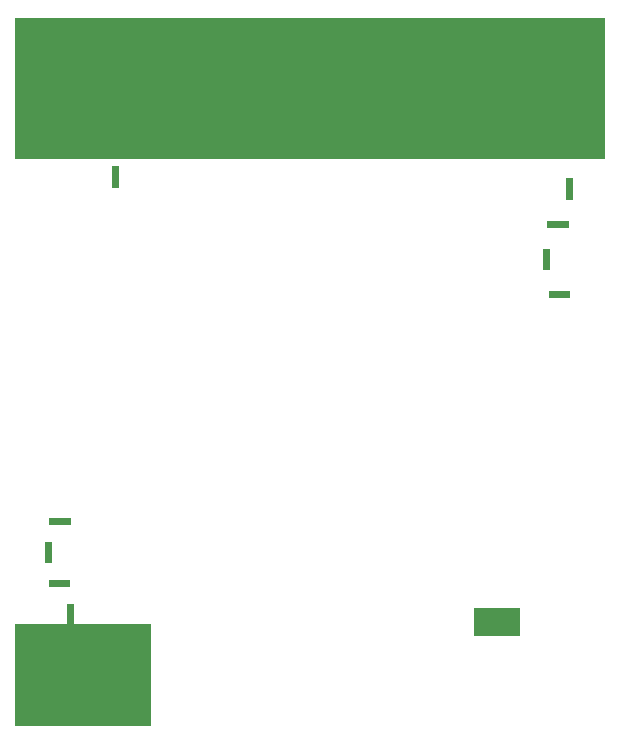
<source format=gbr>
G04*
G04 #@! TF.GenerationSoftware,Altium Limited,Altium Designer,25.8.1 (18)*
G04*
G04 Layer_Color=16711935*
%FSLAX25Y25*%
%MOIN*%
G70*
G04*
G04 #@! TF.SameCoordinates,A86E57CF-C6E6-4710-AEDF-4A901DF70E31*
G04*
G04*
G04 #@! TF.FilePolarity,Positive*
G04*
G01*
G75*
%ADD77R,0.45276X0.33858*%
%ADD78R,0.15800X0.09500*%
G36*
X185039Y142618D02*
X177953D01*
Y144981D01*
X185039D01*
Y142618D01*
D02*
G37*
G36*
X18628Y67116D02*
X11541D01*
Y69479D01*
X18628D01*
Y67116D01*
D02*
G37*
G36*
X12348Y54410D02*
X9986D01*
Y61497D01*
X12348D01*
Y54410D01*
D02*
G37*
G36*
X18511Y46472D02*
X11424D01*
Y48835D01*
X18511D01*
Y46472D01*
D02*
G37*
G36*
X19748Y33810D02*
X17386D01*
Y40897D01*
X19748D01*
Y33810D01*
D02*
G37*
G36*
X196850Y188976D02*
X0D01*
Y208661D01*
Y236221D01*
X196850D01*
Y188976D01*
D02*
G37*
G36*
X34646Y179528D02*
X32283D01*
Y186614D01*
X34646D01*
Y179528D01*
D02*
G37*
G36*
X186221Y175591D02*
X183858D01*
Y182677D01*
X186221D01*
Y175591D01*
D02*
G37*
G36*
X184646Y166142D02*
X177559D01*
Y168504D01*
X184646D01*
Y166142D01*
D02*
G37*
G36*
X178347Y151969D02*
X175984D01*
Y159055D01*
X178347D01*
Y151969D01*
D02*
G37*
D77*
X22638Y16929D02*
D03*
D78*
X160669Y34767D02*
D03*
M02*

</source>
